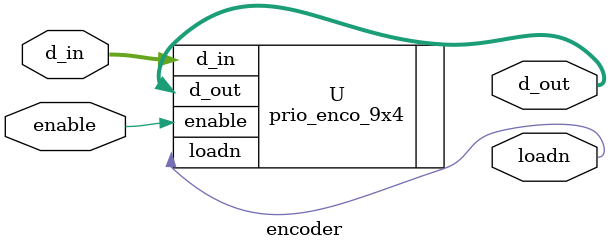
<source format=v>

module encoder(
  output [3:0] d_out,
  input [9:0] d_in,
  output wire loadn,
  input enable
);
  prio_enco_9x4 U(.d_out(d_out),.d_in(d_in),.enable(enable),.loadn(loadn));

endmodule
</source>
